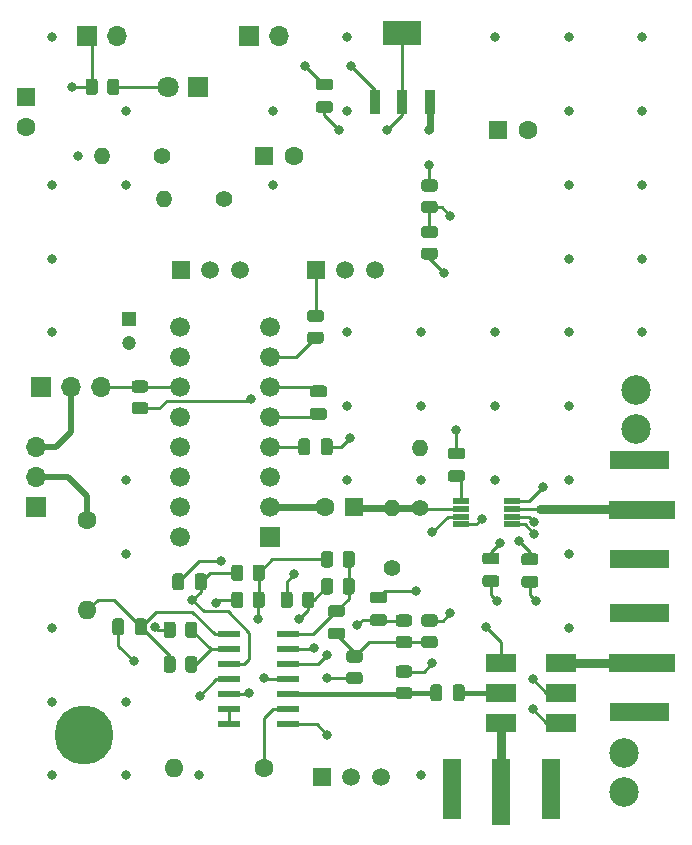
<source format=gbr>
%TF.GenerationSoftware,KiCad,Pcbnew,(5.1.8)-1*%
%TF.CreationDate,2021-04-18T10:22:12-07:00*%
%TF.ProjectId,coffee-spring21,636f6666-6565-42d7-9370-72696e673231,rev?*%
%TF.SameCoordinates,Original*%
%TF.FileFunction,Copper,L1,Top*%
%TF.FilePolarity,Positive*%
%FSLAX46Y46*%
G04 Gerber Fmt 4.6, Leading zero omitted, Abs format (unit mm)*
G04 Created by KiCad (PCBNEW (5.1.8)-1) date 2021-04-18 10:22:12*
%MOMM*%
%LPD*%
G01*
G04 APERTURE LIST*
%TA.AperFunction,ComponentPad*%
%ADD10R,1.700000X1.700000*%
%TD*%
%TA.AperFunction,ComponentPad*%
%ADD11O,1.700000X1.700000*%
%TD*%
%TA.AperFunction,ComponentPad*%
%ADD12R,1.600000X1.600000*%
%TD*%
%TA.AperFunction,ComponentPad*%
%ADD13C,1.600000*%
%TD*%
%TA.AperFunction,ComponentPad*%
%ADD14R,1.200000X1.200000*%
%TD*%
%TA.AperFunction,ComponentPad*%
%ADD15C,1.200000*%
%TD*%
%TA.AperFunction,ComponentPad*%
%ADD16R,1.800000X1.800000*%
%TD*%
%TA.AperFunction,ComponentPad*%
%ADD17C,1.800000*%
%TD*%
%TA.AperFunction,ComponentPad*%
%ADD18C,1.676400*%
%TD*%
%TA.AperFunction,ComponentPad*%
%ADD19R,1.676400X1.676400*%
%TD*%
%TA.AperFunction,ComponentPad*%
%ADD20C,1.508000*%
%TD*%
%TA.AperFunction,ComponentPad*%
%ADD21R,1.508000X1.508000*%
%TD*%
%TA.AperFunction,SMDPad,CuDef*%
%ADD22R,3.250000X2.150000*%
%TD*%
%TA.AperFunction,SMDPad,CuDef*%
%ADD23R,0.950000X2.150000*%
%TD*%
%TA.AperFunction,SMDPad,CuDef*%
%ADD24R,1.420000X0.470000*%
%TD*%
%TA.AperFunction,SMDPad,CuDef*%
%ADD25R,1.981200X0.533400*%
%TD*%
%TA.AperFunction,ComponentPad*%
%ADD26R,2.500000X1.600000*%
%TD*%
%TA.AperFunction,SMDPad,CuDef*%
%ADD27R,5.600000X1.500000*%
%TD*%
%TA.AperFunction,ComponentPad*%
%ADD28R,1.600000X2.500000*%
%TD*%
%TA.AperFunction,SMDPad,CuDef*%
%ADD29R,1.500000X5.600000*%
%TD*%
%TA.AperFunction,SMDPad,CuDef*%
%ADD30R,2.540000X1.650000*%
%TD*%
%TA.AperFunction,ComponentPad*%
%ADD31C,1.400000*%
%TD*%
%TA.AperFunction,ComponentPad*%
%ADD32O,1.400000X1.400000*%
%TD*%
%TA.AperFunction,ComponentPad*%
%ADD33O,1.600000X1.600000*%
%TD*%
%TA.AperFunction,ViaPad*%
%ADD34C,0.800000*%
%TD*%
%TA.AperFunction,ViaPad*%
%ADD35C,5.000000*%
%TD*%
%TA.AperFunction,ViaPad*%
%ADD36C,2.500000*%
%TD*%
%TA.AperFunction,Conductor*%
%ADD37C,0.250000*%
%TD*%
%TA.AperFunction,Conductor*%
%ADD38C,0.600000*%
%TD*%
%TA.AperFunction,Conductor*%
%ADD39C,0.800000*%
%TD*%
%TA.AperFunction,Conductor*%
%ADD40C,0.500000*%
%TD*%
%TA.AperFunction,Conductor*%
%ADD41C,0.400000*%
%TD*%
G04 APERTURE END LIST*
%TO.P,C12,1*%
%TO.N,GND*%
%TA.AperFunction,SMDPad,CuDef*%
G36*
G01*
X165956000Y-102862000D02*
X165006000Y-102862000D01*
G75*
G02*
X164756000Y-102612000I0J250000D01*
G01*
X164756000Y-102112000D01*
G75*
G02*
X165006000Y-101862000I250000J0D01*
G01*
X165956000Y-101862000D01*
G75*
G02*
X166206000Y-102112000I0J-250000D01*
G01*
X166206000Y-102612000D01*
G75*
G02*
X165956000Y-102862000I-250000J0D01*
G01*
G37*
%TD.AperFunction*%
%TO.P,C12,2*%
%TO.N,5V_OUT*%
%TA.AperFunction,SMDPad,CuDef*%
G36*
G01*
X165956000Y-100962000D02*
X165006000Y-100962000D01*
G75*
G02*
X164756000Y-100712000I0J250000D01*
G01*
X164756000Y-100212000D01*
G75*
G02*
X165006000Y-99962000I250000J0D01*
G01*
X165956000Y-99962000D01*
G75*
G02*
X166206000Y-100212000I0J-250000D01*
G01*
X166206000Y-100712000D01*
G75*
G02*
X165956000Y-100962000I-250000J0D01*
G01*
G37*
%TD.AperFunction*%
%TD*%
%TO.P,R1,1*%
%TO.N,12V_OUT*%
%TA.AperFunction,SMDPad,CuDef*%
G36*
G01*
X127861000Y-60902002D02*
X127861000Y-60001998D01*
G75*
G02*
X128110998Y-59752000I249998J0D01*
G01*
X128636002Y-59752000D01*
G75*
G02*
X128886000Y-60001998I0J-249998D01*
G01*
X128886000Y-60902002D01*
G75*
G02*
X128636002Y-61152000I-249998J0D01*
G01*
X128110998Y-61152000D01*
G75*
G02*
X127861000Y-60902002I0J249998D01*
G01*
G37*
%TD.AperFunction*%
%TO.P,R1,2*%
%TO.N,Net-(D1-Pad2)*%
%TA.AperFunction,SMDPad,CuDef*%
G36*
G01*
X129686000Y-60902002D02*
X129686000Y-60001998D01*
G75*
G02*
X129935998Y-59752000I249998J0D01*
G01*
X130461002Y-59752000D01*
G75*
G02*
X130711000Y-60001998I0J-249998D01*
G01*
X130711000Y-60902002D01*
G75*
G02*
X130461002Y-61152000I-249998J0D01*
G01*
X129935998Y-61152000D01*
G75*
G02*
X129686000Y-60902002I0J249998D01*
G01*
G37*
%TD.AperFunction*%
%TD*%
D10*
%TO.P,BT1,1*%
%TO.N,12V_OUT*%
X128016000Y-56134000D03*
D11*
%TO.P,BT1,2*%
%TO.N,Net-(BT1-Pad2)*%
X130556000Y-56134000D03*
%TD*%
%TO.P,BT2,2*%
%TO.N,GND*%
X144272000Y-56134000D03*
D10*
%TO.P,BT2,1*%
%TO.N,Net-(BT1-Pad2)*%
X141732000Y-56134000D03*
%TD*%
%TO.P,C9,2*%
%TO.N,Net-(C9-Pad2)*%
%TA.AperFunction,SMDPad,CuDef*%
G36*
G01*
X147099000Y-87638000D02*
X148049000Y-87638000D01*
G75*
G02*
X148299000Y-87888000I0J-250000D01*
G01*
X148299000Y-88388000D01*
G75*
G02*
X148049000Y-88638000I-250000J0D01*
G01*
X147099000Y-88638000D01*
G75*
G02*
X146849000Y-88388000I0J250000D01*
G01*
X146849000Y-87888000D01*
G75*
G02*
X147099000Y-87638000I250000J0D01*
G01*
G37*
%TD.AperFunction*%
%TO.P,C9,1*%
%TO.N,Net-(C9-Pad1)*%
%TA.AperFunction,SMDPad,CuDef*%
G36*
G01*
X147099000Y-85738000D02*
X148049000Y-85738000D01*
G75*
G02*
X148299000Y-85988000I0J-250000D01*
G01*
X148299000Y-86488000D01*
G75*
G02*
X148049000Y-86738000I-250000J0D01*
G01*
X147099000Y-86738000D01*
G75*
G02*
X146849000Y-86488000I0J250000D01*
G01*
X146849000Y-85988000D01*
G75*
G02*
X147099000Y-85738000I250000J0D01*
G01*
G37*
%TD.AperFunction*%
%TD*%
D12*
%TO.P,C5,1*%
%TO.N,Net-(C5-Pad1)*%
X143002000Y-66294000D03*
D13*
%TO.P,C5,2*%
%TO.N,GND*%
X145502000Y-66294000D03*
%TD*%
%TO.P,C7,2*%
%TO.N,Net-(C7-Pad2)*%
X148122000Y-96012000D03*
D12*
%TO.P,C7,1*%
%TO.N,RAMP_SIGNAL*%
X150622000Y-96012000D03*
%TD*%
D14*
%TO.P,C13,1*%
%TO.N,Net-(C13-Pad1)*%
X131572000Y-80137000D03*
D15*
%TO.P,C13,2*%
%TO.N,GND*%
X131572000Y-82137000D03*
%TD*%
D16*
%TO.P,D1,1*%
%TO.N,GND*%
X137414000Y-60452000D03*
D17*
%TO.P,D1,2*%
%TO.N,Net-(D1-Pad2)*%
X134874000Y-60452000D03*
%TD*%
D12*
%TO.P,C8,1*%
%TO.N,12V_OUT*%
X122809000Y-61341000D03*
D13*
%TO.P,C8,2*%
%TO.N,GND*%
X122809000Y-63841000D03*
%TD*%
D18*
%TO.P,G1,16*%
%TO.N,Net-(G1-Pad16)*%
X135890000Y-98552000D03*
%TO.P,G1,15*%
%TO.N,Net-(G1-Pad15)*%
X135890000Y-96012000D03*
%TO.P,G1,14*%
%TO.N,Net-(G1-Pad14)*%
X135890000Y-93472000D03*
%TO.P,G1,13*%
%TO.N,Net-(G1-Pad13)*%
X135890000Y-90932000D03*
%TO.P,G1,12*%
%TO.N,GND*%
X135890000Y-88392000D03*
%TO.P,G1,11*%
%TO.N,Net-(G1-Pad11)*%
X135890000Y-85852000D03*
%TO.P,G1,10*%
%TO.N,Net-(C13-Pad1)*%
X135890000Y-83312000D03*
%TO.P,G1,9*%
%TO.N,Net-(G1-Pad9)*%
X135890000Y-80772000D03*
%TO.P,G1,8*%
%TO.N,Net-(G1-Pad8)*%
X143510000Y-80772000D03*
%TO.P,G1,7*%
%TO.N,Net-(G1-Pad7)*%
X143510000Y-83312000D03*
%TO.P,G1,6*%
%TO.N,Net-(C9-Pad1)*%
X143510000Y-85852000D03*
%TO.P,G1,5*%
%TO.N,Net-(C9-Pad2)*%
X143510000Y-88392000D03*
%TO.P,G1,4*%
%TO.N,12V_OUT*%
X143510000Y-90932000D03*
%TO.P,G1,3*%
%TO.N,Net-(G1-Pad3)*%
X143510000Y-93472000D03*
%TO.P,G1,2*%
%TO.N,Net-(C7-Pad2)*%
X143510000Y-96012000D03*
D19*
%TO.P,G1,1*%
%TO.N,GND*%
X143510000Y-98552000D03*
%TD*%
D20*
%TO.P,RV2,3*%
%TO.N,Net-(C5-Pad1)*%
X140930000Y-75946000D03*
%TO.P,RV2,2*%
X138430000Y-75946000D03*
D21*
%TO.P,RV2,1*%
%TO.N,Net-(G1-Pad3)*%
X135930000Y-75946000D03*
%TD*%
%TO.P,RV3,1*%
%TO.N,Net-(R14-Pad2)*%
X147360000Y-75946000D03*
D20*
%TO.P,RV3,2*%
%TO.N,GND*%
X149860000Y-75946000D03*
%TO.P,RV3,3*%
X152360000Y-75946000D03*
%TD*%
D22*
%TO.P,VR1,4*%
%TO.N,GND*%
X154686000Y-55901000D03*
D23*
%TO.P,VR1,3*%
%TO.N,5V_OUT*%
X156986000Y-61701000D03*
%TO.P,VR1,2*%
%TO.N,GND*%
X154686000Y-61701000D03*
%TO.P,VR1,1*%
%TO.N,Net-(BT1-Pad2)*%
X152386000Y-61701000D03*
%TD*%
%TO.P,C11,2*%
%TO.N,5V_OUT*%
%TA.AperFunction,SMDPad,CuDef*%
G36*
G01*
X162654000Y-100896000D02*
X161704000Y-100896000D01*
G75*
G02*
X161454000Y-100646000I0J250000D01*
G01*
X161454000Y-100146000D01*
G75*
G02*
X161704000Y-99896000I250000J0D01*
G01*
X162654000Y-99896000D01*
G75*
G02*
X162904000Y-100146000I0J-250000D01*
G01*
X162904000Y-100646000D01*
G75*
G02*
X162654000Y-100896000I-250000J0D01*
G01*
G37*
%TD.AperFunction*%
%TO.P,C11,1*%
%TO.N,GND*%
%TA.AperFunction,SMDPad,CuDef*%
G36*
G01*
X162654000Y-102796000D02*
X161704000Y-102796000D01*
G75*
G02*
X161454000Y-102546000I0J250000D01*
G01*
X161454000Y-102046000D01*
G75*
G02*
X161704000Y-101796000I250000J0D01*
G01*
X162654000Y-101796000D01*
G75*
G02*
X162904000Y-102046000I0J-250000D01*
G01*
X162904000Y-102546000D01*
G75*
G02*
X162654000Y-102796000I-250000J0D01*
G01*
G37*
%TD.AperFunction*%
%TD*%
D24*
%TO.P,U1,1*%
%TO.N,Net-(C6-Pad1)*%
X159633000Y-95545000D03*
%TO.P,U1,2*%
%TO.N,RAMP_SIGNAL*%
X159633000Y-96195000D03*
%TO.P,U1,3*%
%TO.N,GND*%
X159633000Y-96845000D03*
%TO.P,U1,4*%
%TO.N,3.6V_OUT*%
X159633000Y-97495000D03*
%TO.P,U1,5*%
%TO.N,5V_OUT*%
X163963000Y-97495000D03*
%TO.P,U1,6*%
X163963000Y-96845000D03*
%TO.P,U1,7*%
%TO.N,Net-(U1-Pad7)*%
X163963000Y-96195000D03*
%TO.P,U1,8*%
%TO.N,GND*%
X163963000Y-95545000D03*
%TD*%
%TO.P,C2,1*%
%TO.N,Net-(BT1-Pad2)*%
%TA.AperFunction,SMDPad,CuDef*%
G36*
G01*
X147607000Y-59764000D02*
X148557000Y-59764000D01*
G75*
G02*
X148807000Y-60014000I0J-250000D01*
G01*
X148807000Y-60514000D01*
G75*
G02*
X148557000Y-60764000I-250000J0D01*
G01*
X147607000Y-60764000D01*
G75*
G02*
X147357000Y-60514000I0J250000D01*
G01*
X147357000Y-60014000D01*
G75*
G02*
X147607000Y-59764000I250000J0D01*
G01*
G37*
%TD.AperFunction*%
%TO.P,C2,2*%
%TO.N,GND*%
%TA.AperFunction,SMDPad,CuDef*%
G36*
G01*
X147607000Y-61664000D02*
X148557000Y-61664000D01*
G75*
G02*
X148807000Y-61914000I0J-250000D01*
G01*
X148807000Y-62414000D01*
G75*
G02*
X148557000Y-62664000I-250000J0D01*
G01*
X147607000Y-62664000D01*
G75*
G02*
X147357000Y-62414000I0J250000D01*
G01*
X147357000Y-61914000D01*
G75*
G02*
X147607000Y-61664000I250000J0D01*
G01*
G37*
%TD.AperFunction*%
%TD*%
D13*
%TO.P,C3,2*%
%TO.N,GND*%
X165314000Y-64135000D03*
D12*
%TO.P,C3,1*%
%TO.N,5V_OUT*%
X162814000Y-64135000D03*
%TD*%
%TO.P,C6,1*%
%TO.N,Net-(C6-Pad1)*%
%TA.AperFunction,SMDPad,CuDef*%
G36*
G01*
X159733000Y-93906000D02*
X158783000Y-93906000D01*
G75*
G02*
X158533000Y-93656000I0J250000D01*
G01*
X158533000Y-93156000D01*
G75*
G02*
X158783000Y-92906000I250000J0D01*
G01*
X159733000Y-92906000D01*
G75*
G02*
X159983000Y-93156000I0J-250000D01*
G01*
X159983000Y-93656000D01*
G75*
G02*
X159733000Y-93906000I-250000J0D01*
G01*
G37*
%TD.AperFunction*%
%TO.P,C6,2*%
%TO.N,GND*%
%TA.AperFunction,SMDPad,CuDef*%
G36*
G01*
X159733000Y-92006000D02*
X158783000Y-92006000D01*
G75*
G02*
X158533000Y-91756000I0J250000D01*
G01*
X158533000Y-91256000D01*
G75*
G02*
X158783000Y-91006000I250000J0D01*
G01*
X159733000Y-91006000D01*
G75*
G02*
X159983000Y-91256000I0J-250000D01*
G01*
X159983000Y-91756000D01*
G75*
G02*
X159733000Y-92006000I-250000J0D01*
G01*
G37*
%TD.AperFunction*%
%TD*%
%TO.P,C10,2*%
%TO.N,12V_OUT*%
%TA.AperFunction,SMDPad,CuDef*%
G36*
G01*
X146870000Y-90457000D02*
X146870000Y-91407000D01*
G75*
G02*
X146620000Y-91657000I-250000J0D01*
G01*
X146120000Y-91657000D01*
G75*
G02*
X145870000Y-91407000I0J250000D01*
G01*
X145870000Y-90457000D01*
G75*
G02*
X146120000Y-90207000I250000J0D01*
G01*
X146620000Y-90207000D01*
G75*
G02*
X146870000Y-90457000I0J-250000D01*
G01*
G37*
%TD.AperFunction*%
%TO.P,C10,1*%
%TO.N,GND*%
%TA.AperFunction,SMDPad,CuDef*%
G36*
G01*
X148770000Y-90457000D02*
X148770000Y-91407000D01*
G75*
G02*
X148520000Y-91657000I-250000J0D01*
G01*
X148020000Y-91657000D01*
G75*
G02*
X147770000Y-91407000I0J250000D01*
G01*
X147770000Y-90457000D01*
G75*
G02*
X148020000Y-90207000I250000J0D01*
G01*
X148520000Y-90207000D01*
G75*
G02*
X148770000Y-90457000I0J-250000D01*
G01*
G37*
%TD.AperFunction*%
%TD*%
%TO.P,R5,2*%
%TO.N,5V_OUT*%
%TA.AperFunction,SMDPad,CuDef*%
G36*
G01*
X157422002Y-69323000D02*
X156521998Y-69323000D01*
G75*
G02*
X156272000Y-69073002I0J249998D01*
G01*
X156272000Y-68547998D01*
G75*
G02*
X156521998Y-68298000I249998J0D01*
G01*
X157422002Y-68298000D01*
G75*
G02*
X157672000Y-68547998I0J-249998D01*
G01*
X157672000Y-69073002D01*
G75*
G02*
X157422002Y-69323000I-249998J0D01*
G01*
G37*
%TD.AperFunction*%
%TO.P,R5,1*%
%TO.N,3.6V_OUT*%
%TA.AperFunction,SMDPad,CuDef*%
G36*
G01*
X157422002Y-71148000D02*
X156521998Y-71148000D01*
G75*
G02*
X156272000Y-70898002I0J249998D01*
G01*
X156272000Y-70372998D01*
G75*
G02*
X156521998Y-70123000I249998J0D01*
G01*
X157422002Y-70123000D01*
G75*
G02*
X157672000Y-70372998I0J-249998D01*
G01*
X157672000Y-70898002D01*
G75*
G02*
X157422002Y-71148000I-249998J0D01*
G01*
G37*
%TD.AperFunction*%
%TD*%
%TO.P,R6,2*%
%TO.N,3.6V_OUT*%
%TA.AperFunction,SMDPad,CuDef*%
G36*
G01*
X157422002Y-73260000D02*
X156521998Y-73260000D01*
G75*
G02*
X156272000Y-73010002I0J249998D01*
G01*
X156272000Y-72484998D01*
G75*
G02*
X156521998Y-72235000I249998J0D01*
G01*
X157422002Y-72235000D01*
G75*
G02*
X157672000Y-72484998I0J-249998D01*
G01*
X157672000Y-73010002D01*
G75*
G02*
X157422002Y-73260000I-249998J0D01*
G01*
G37*
%TD.AperFunction*%
%TO.P,R6,1*%
%TO.N,GND*%
%TA.AperFunction,SMDPad,CuDef*%
G36*
G01*
X157422002Y-75085000D02*
X156521998Y-75085000D01*
G75*
G02*
X156272000Y-74835002I0J249998D01*
G01*
X156272000Y-74309998D01*
G75*
G02*
X156521998Y-74060000I249998J0D01*
G01*
X157422002Y-74060000D01*
G75*
G02*
X157672000Y-74309998I0J-249998D01*
G01*
X157672000Y-74835002D01*
G75*
G02*
X157422002Y-75085000I-249998J0D01*
G01*
G37*
%TD.AperFunction*%
%TD*%
%TO.P,R14,1*%
%TO.N,Net-(G1-Pad7)*%
%TA.AperFunction,SMDPad,CuDef*%
G36*
G01*
X147770002Y-82197000D02*
X146869998Y-82197000D01*
G75*
G02*
X146620000Y-81947002I0J249998D01*
G01*
X146620000Y-81421998D01*
G75*
G02*
X146869998Y-81172000I249998J0D01*
G01*
X147770002Y-81172000D01*
G75*
G02*
X148020000Y-81421998I0J-249998D01*
G01*
X148020000Y-81947002D01*
G75*
G02*
X147770002Y-82197000I-249998J0D01*
G01*
G37*
%TD.AperFunction*%
%TO.P,R14,2*%
%TO.N,Net-(R14-Pad2)*%
%TA.AperFunction,SMDPad,CuDef*%
G36*
G01*
X147770002Y-80372000D02*
X146869998Y-80372000D01*
G75*
G02*
X146620000Y-80122002I0J249998D01*
G01*
X146620000Y-79596998D01*
G75*
G02*
X146869998Y-79347000I249998J0D01*
G01*
X147770002Y-79347000D01*
G75*
G02*
X148020000Y-79596998I0J-249998D01*
G01*
X148020000Y-80122002D01*
G75*
G02*
X147770002Y-80372000I-249998J0D01*
G01*
G37*
%TD.AperFunction*%
%TD*%
D10*
%TO.P,SW1,1*%
%TO.N,GND*%
X124079000Y-85852000D03*
D11*
%TO.P,SW1,2*%
%TO.N,SYNC_OUT*%
X126619000Y-85852000D03*
%TO.P,SW1,3*%
%TO.N,Net-(G1-Pad11)*%
X129159000Y-85852000D03*
%TD*%
D25*
%TO.P,U2,14*%
%TO.N,Net-(U2-Pad13)*%
X140030200Y-114427000D03*
%TO.P,U2,13*%
X140030200Y-113157000D03*
%TO.P,U2,12*%
%TO.N,5V_OUT*%
X140030200Y-111887000D03*
%TO.P,U2,11*%
%TO.N,GND*%
X140030200Y-110617000D03*
%TO.P,U2,10*%
%TO.N,Net-(C17-Pad2)*%
X140030200Y-109347000D03*
%TO.P,U2,9*%
%TO.N,Net-(R27-Pad2)*%
X140030200Y-108077000D03*
%TO.P,U2,8*%
%TO.N,Net-(C16-Pad2)*%
X140030200Y-106807000D03*
%TO.P,U2,7*%
%TO.N,Net-(C14-Pad2)*%
X144957800Y-106807000D03*
%TO.P,U2,6*%
%TO.N,Net-(R22-Pad2)*%
X144957800Y-108077000D03*
%TO.P,U2,5*%
%TO.N,Net-(C15-Pad2)*%
X144957800Y-109347000D03*
%TO.P,U2,4*%
%TO.N,12V_OUT*%
X144957800Y-110617000D03*
%TO.P,U2,3*%
%TO.N,Net-(C4-Pad1)*%
X144957800Y-111887000D03*
%TO.P,U2,2*%
%TO.N,Net-(R18-Pad1)*%
X144957800Y-113157000D03*
%TO.P,U2,1*%
%TO.N,Net-(R19-Pad1)*%
X144957800Y-114427000D03*
%TD*%
D26*
%TO.P,U5,1*%
%TO.N,GND*%
X173506000Y-92066000D03*
D27*
%TO.P,U5,2*%
%TO.N,Net-(U1-Pad7)*%
X175006000Y-96266000D03*
D26*
%TO.P,U5,1*%
%TO.N,GND*%
X176006000Y-92066000D03*
%TO.P,U5,3*%
X173506000Y-100466000D03*
X176006000Y-100466000D03*
%TD*%
D28*
%TO.P,U6,3*%
%TO.N,GND*%
X158868000Y-121142000D03*
X158868000Y-118642000D03*
%TO.P,U6,1*%
X167268000Y-121142000D03*
D29*
%TO.P,U6,2*%
%TO.N,Net-(U6-Pad2)*%
X163068000Y-120142000D03*
D28*
%TO.P,U6,1*%
%TO.N,GND*%
X167268000Y-118642000D03*
%TD*%
D30*
%TO.P,U9,1*%
%TO.N,GND*%
X163068000Y-109223000D03*
%TO.P,U9,2*%
%TO.N,IF_SIGNAL*%
X163068000Y-111763000D03*
%TO.P,U9,3*%
%TO.N,Net-(U6-Pad2)*%
X163068000Y-114303000D03*
%TO.P,U9,6*%
%TO.N,Net-(U11-Pad2)*%
X168148000Y-109223000D03*
%TO.P,U9,5*%
%TO.N,GND*%
X168148000Y-111763000D03*
%TO.P,U9,4*%
X168148000Y-114303000D03*
%TD*%
D26*
%TO.P,U11,1*%
%TO.N,GND*%
X173506000Y-105020000D03*
D27*
%TO.P,U11,2*%
%TO.N,Net-(U11-Pad2)*%
X175006000Y-109220000D03*
D26*
%TO.P,U11,1*%
%TO.N,GND*%
X176006000Y-105020000D03*
%TO.P,U11,3*%
X173506000Y-113420000D03*
X176006000Y-113420000D03*
%TD*%
%TO.P,C4,2*%
%TO.N,IF_SIGNAL*%
%TA.AperFunction,SMDPad,CuDef*%
G36*
G01*
X158946000Y-112235000D02*
X158946000Y-111285000D01*
G75*
G02*
X159196000Y-111035000I250000J0D01*
G01*
X159696000Y-111035000D01*
G75*
G02*
X159946000Y-111285000I0J-250000D01*
G01*
X159946000Y-112235000D01*
G75*
G02*
X159696000Y-112485000I-250000J0D01*
G01*
X159196000Y-112485000D01*
G75*
G02*
X158946000Y-112235000I0J250000D01*
G01*
G37*
%TD.AperFunction*%
%TO.P,C4,1*%
%TO.N,Net-(C4-Pad1)*%
%TA.AperFunction,SMDPad,CuDef*%
G36*
G01*
X157046000Y-112235000D02*
X157046000Y-111285000D01*
G75*
G02*
X157296000Y-111035000I250000J0D01*
G01*
X157796000Y-111035000D01*
G75*
G02*
X158046000Y-111285000I0J-250000D01*
G01*
X158046000Y-112235000D01*
G75*
G02*
X157796000Y-112485000I-250000J0D01*
G01*
X157296000Y-112485000D01*
G75*
G02*
X157046000Y-112235000I0J250000D01*
G01*
G37*
%TD.AperFunction*%
%TD*%
%TO.P,C14,2*%
%TO.N,Net-(C14-Pad2)*%
%TA.AperFunction,SMDPad,CuDef*%
G36*
G01*
X149573000Y-105341000D02*
X148623000Y-105341000D01*
G75*
G02*
X148373000Y-105091000I0J250000D01*
G01*
X148373000Y-104591000D01*
G75*
G02*
X148623000Y-104341000I250000J0D01*
G01*
X149573000Y-104341000D01*
G75*
G02*
X149823000Y-104591000I0J-250000D01*
G01*
X149823000Y-105091000D01*
G75*
G02*
X149573000Y-105341000I-250000J0D01*
G01*
G37*
%TD.AperFunction*%
%TO.P,C14,1*%
%TO.N,Net-(C14-Pad1)*%
%TA.AperFunction,SMDPad,CuDef*%
G36*
G01*
X149573000Y-107241000D02*
X148623000Y-107241000D01*
G75*
G02*
X148373000Y-106991000I0J250000D01*
G01*
X148373000Y-106491000D01*
G75*
G02*
X148623000Y-106241000I250000J0D01*
G01*
X149573000Y-106241000D01*
G75*
G02*
X149823000Y-106491000I0J-250000D01*
G01*
X149823000Y-106991000D01*
G75*
G02*
X149573000Y-107241000I-250000J0D01*
G01*
G37*
%TD.AperFunction*%
%TD*%
%TO.P,C15,1*%
%TO.N,5V_OUT*%
%TA.AperFunction,SMDPad,CuDef*%
G36*
G01*
X152179000Y-103198000D02*
X153129000Y-103198000D01*
G75*
G02*
X153379000Y-103448000I0J-250000D01*
G01*
X153379000Y-103948000D01*
G75*
G02*
X153129000Y-104198000I-250000J0D01*
G01*
X152179000Y-104198000D01*
G75*
G02*
X151929000Y-103948000I0J250000D01*
G01*
X151929000Y-103448000D01*
G75*
G02*
X152179000Y-103198000I250000J0D01*
G01*
G37*
%TD.AperFunction*%
%TO.P,C15,2*%
%TO.N,Net-(C15-Pad2)*%
%TA.AperFunction,SMDPad,CuDef*%
G36*
G01*
X152179000Y-105098000D02*
X153129000Y-105098000D01*
G75*
G02*
X153379000Y-105348000I0J-250000D01*
G01*
X153379000Y-105848000D01*
G75*
G02*
X153129000Y-106098000I-250000J0D01*
G01*
X152179000Y-106098000D01*
G75*
G02*
X151929000Y-105848000I0J250000D01*
G01*
X151929000Y-105348000D01*
G75*
G02*
X152179000Y-105098000I250000J0D01*
G01*
G37*
%TD.AperFunction*%
%TD*%
%TO.P,C16,1*%
%TO.N,Net-(C16-Pad1)*%
%TA.AperFunction,SMDPad,CuDef*%
G36*
G01*
X130122000Y-106647000D02*
X130122000Y-105697000D01*
G75*
G02*
X130372000Y-105447000I250000J0D01*
G01*
X130872000Y-105447000D01*
G75*
G02*
X131122000Y-105697000I0J-250000D01*
G01*
X131122000Y-106647000D01*
G75*
G02*
X130872000Y-106897000I-250000J0D01*
G01*
X130372000Y-106897000D01*
G75*
G02*
X130122000Y-106647000I0J250000D01*
G01*
G37*
%TD.AperFunction*%
%TO.P,C16,2*%
%TO.N,Net-(C16-Pad2)*%
%TA.AperFunction,SMDPad,CuDef*%
G36*
G01*
X132022000Y-106647000D02*
X132022000Y-105697000D01*
G75*
G02*
X132272000Y-105447000I250000J0D01*
G01*
X132772000Y-105447000D01*
G75*
G02*
X133022000Y-105697000I0J-250000D01*
G01*
X133022000Y-106647000D01*
G75*
G02*
X132772000Y-106897000I-250000J0D01*
G01*
X132272000Y-106897000D01*
G75*
G02*
X132022000Y-106647000I0J250000D01*
G01*
G37*
%TD.AperFunction*%
%TD*%
%TO.P,C17,1*%
%TO.N,5V_OUT*%
%TA.AperFunction,SMDPad,CuDef*%
G36*
G01*
X135202000Y-102837000D02*
X135202000Y-101887000D01*
G75*
G02*
X135452000Y-101637000I250000J0D01*
G01*
X135952000Y-101637000D01*
G75*
G02*
X136202000Y-101887000I0J-250000D01*
G01*
X136202000Y-102837000D01*
G75*
G02*
X135952000Y-103087000I-250000J0D01*
G01*
X135452000Y-103087000D01*
G75*
G02*
X135202000Y-102837000I0J250000D01*
G01*
G37*
%TD.AperFunction*%
%TO.P,C17,2*%
%TO.N,Net-(C17-Pad2)*%
%TA.AperFunction,SMDPad,CuDef*%
G36*
G01*
X137102000Y-102837000D02*
X137102000Y-101887000D01*
G75*
G02*
X137352000Y-101637000I250000J0D01*
G01*
X137852000Y-101637000D01*
G75*
G02*
X138102000Y-101887000I0J-250000D01*
G01*
X138102000Y-102837000D01*
G75*
G02*
X137852000Y-103087000I-250000J0D01*
G01*
X137352000Y-103087000D01*
G75*
G02*
X137102000Y-102837000I0J250000D01*
G01*
G37*
%TD.AperFunction*%
%TD*%
D31*
%TO.P,R7,1*%
%TO.N,Net-(C5-Pad1)*%
X134366000Y-66294000D03*
D32*
%TO.P,R7,2*%
%TO.N,12V_OUT*%
X129286000Y-66294000D03*
%TD*%
%TO.P,R9,2*%
%TO.N,Net-(C5-Pad1)*%
X134493000Y-69977000D03*
D31*
%TO.P,R9,1*%
%TO.N,GND*%
X139573000Y-69977000D03*
%TD*%
D32*
%TO.P,R10,2*%
%TO.N,GND*%
X156210000Y-91059000D03*
D31*
%TO.P,R10,1*%
%TO.N,RAMP_SIGNAL*%
X156210000Y-96139000D03*
%TD*%
%TO.P,R11,1*%
%TO.N,5V_OUT*%
X153797000Y-101219000D03*
D32*
%TO.P,R11,2*%
%TO.N,RAMP_SIGNAL*%
X153797000Y-96139000D03*
%TD*%
%TO.P,R16,2*%
%TO.N,Net-(G1-Pad11)*%
%TA.AperFunction,SMDPad,CuDef*%
G36*
G01*
X132911002Y-86341000D02*
X132010998Y-86341000D01*
G75*
G02*
X131761000Y-86091002I0J249998D01*
G01*
X131761000Y-85565998D01*
G75*
G02*
X132010998Y-85316000I249998J0D01*
G01*
X132911002Y-85316000D01*
G75*
G02*
X133161000Y-85565998I0J-249998D01*
G01*
X133161000Y-86091002D01*
G75*
G02*
X132911002Y-86341000I-249998J0D01*
G01*
G37*
%TD.AperFunction*%
%TO.P,R16,1*%
%TO.N,5V_OUT*%
%TA.AperFunction,SMDPad,CuDef*%
G36*
G01*
X132911002Y-88166000D02*
X132010998Y-88166000D01*
G75*
G02*
X131761000Y-87916002I0J249998D01*
G01*
X131761000Y-87390998D01*
G75*
G02*
X132010998Y-87141000I249998J0D01*
G01*
X132911002Y-87141000D01*
G75*
G02*
X133161000Y-87390998I0J-249998D01*
G01*
X133161000Y-87916002D01*
G75*
G02*
X132911002Y-88166000I-249998J0D01*
G01*
G37*
%TD.AperFunction*%
%TD*%
%TO.P,R17,2*%
%TO.N,Net-(C4-Pad1)*%
%TA.AperFunction,SMDPad,CuDef*%
G36*
G01*
X154362998Y-111271000D02*
X155263002Y-111271000D01*
G75*
G02*
X155513000Y-111520998I0J-249998D01*
G01*
X155513000Y-112046002D01*
G75*
G02*
X155263002Y-112296000I-249998J0D01*
G01*
X154362998Y-112296000D01*
G75*
G02*
X154113000Y-112046002I0J249998D01*
G01*
X154113000Y-111520998D01*
G75*
G02*
X154362998Y-111271000I249998J0D01*
G01*
G37*
%TD.AperFunction*%
%TO.P,R17,1*%
%TO.N,5V_OUT*%
%TA.AperFunction,SMDPad,CuDef*%
G36*
G01*
X154362998Y-109446000D02*
X155263002Y-109446000D01*
G75*
G02*
X155513000Y-109695998I0J-249998D01*
G01*
X155513000Y-110221002D01*
G75*
G02*
X155263002Y-110471000I-249998J0D01*
G01*
X154362998Y-110471000D01*
G75*
G02*
X154113000Y-110221002I0J249998D01*
G01*
X154113000Y-109695998D01*
G75*
G02*
X154362998Y-109446000I249998J0D01*
G01*
G37*
%TD.AperFunction*%
%TD*%
%TO.P,R19,1*%
%TO.N,Net-(R19-Pad1)*%
%TA.AperFunction,SMDPad,CuDef*%
G36*
G01*
X151072002Y-111026000D02*
X150171998Y-111026000D01*
G75*
G02*
X149922000Y-110776002I0J249998D01*
G01*
X149922000Y-110250998D01*
G75*
G02*
X150171998Y-110001000I249998J0D01*
G01*
X151072002Y-110001000D01*
G75*
G02*
X151322000Y-110250998I0J-249998D01*
G01*
X151322000Y-110776002D01*
G75*
G02*
X151072002Y-111026000I-249998J0D01*
G01*
G37*
%TD.AperFunction*%
%TO.P,R19,2*%
%TO.N,Net-(C14-Pad1)*%
%TA.AperFunction,SMDPad,CuDef*%
G36*
G01*
X151072002Y-109201000D02*
X150171998Y-109201000D01*
G75*
G02*
X149922000Y-108951002I0J249998D01*
G01*
X149922000Y-108425998D01*
G75*
G02*
X150171998Y-108176000I249998J0D01*
G01*
X151072002Y-108176000D01*
G75*
G02*
X151322000Y-108425998I0J-249998D01*
G01*
X151322000Y-108951002D01*
G75*
G02*
X151072002Y-109201000I-249998J0D01*
G01*
G37*
%TD.AperFunction*%
%TD*%
%TO.P,R20,2*%
%TO.N,5V_OUT*%
%TA.AperFunction,SMDPad,CuDef*%
G36*
G01*
X157422002Y-106153000D02*
X156521998Y-106153000D01*
G75*
G02*
X156272000Y-105903002I0J249998D01*
G01*
X156272000Y-105377998D01*
G75*
G02*
X156521998Y-105128000I249998J0D01*
G01*
X157422002Y-105128000D01*
G75*
G02*
X157672000Y-105377998I0J-249998D01*
G01*
X157672000Y-105903002D01*
G75*
G02*
X157422002Y-106153000I-249998J0D01*
G01*
G37*
%TD.AperFunction*%
%TO.P,R20,1*%
%TO.N,Net-(C14-Pad1)*%
%TA.AperFunction,SMDPad,CuDef*%
G36*
G01*
X157422002Y-107978000D02*
X156521998Y-107978000D01*
G75*
G02*
X156272000Y-107728002I0J249998D01*
G01*
X156272000Y-107202998D01*
G75*
G02*
X156521998Y-106953000I249998J0D01*
G01*
X157422002Y-106953000D01*
G75*
G02*
X157672000Y-107202998I0J-249998D01*
G01*
X157672000Y-107728002D01*
G75*
G02*
X157422002Y-107978000I-249998J0D01*
G01*
G37*
%TD.AperFunction*%
%TD*%
%TO.P,R21,2*%
%TO.N,Net-(C15-Pad2)*%
%TA.AperFunction,SMDPad,CuDef*%
G36*
G01*
X155263002Y-106153000D02*
X154362998Y-106153000D01*
G75*
G02*
X154113000Y-105903002I0J249998D01*
G01*
X154113000Y-105377998D01*
G75*
G02*
X154362998Y-105128000I249998J0D01*
G01*
X155263002Y-105128000D01*
G75*
G02*
X155513000Y-105377998I0J-249998D01*
G01*
X155513000Y-105903002D01*
G75*
G02*
X155263002Y-106153000I-249998J0D01*
G01*
G37*
%TD.AperFunction*%
%TO.P,R21,1*%
%TO.N,Net-(C14-Pad1)*%
%TA.AperFunction,SMDPad,CuDef*%
G36*
G01*
X155263002Y-107978000D02*
X154362998Y-107978000D01*
G75*
G02*
X154113000Y-107728002I0J249998D01*
G01*
X154113000Y-107202998D01*
G75*
G02*
X154362998Y-106953000I249998J0D01*
G01*
X155263002Y-106953000D01*
G75*
G02*
X155513000Y-107202998I0J-249998D01*
G01*
X155513000Y-107728002D01*
G75*
G02*
X155263002Y-107978000I-249998J0D01*
G01*
G37*
%TD.AperFunction*%
%TD*%
%TO.P,R22,1*%
%TO.N,5V_OUT*%
%TA.AperFunction,SMDPad,CuDef*%
G36*
G01*
X144371000Y-104336002D02*
X144371000Y-103435998D01*
G75*
G02*
X144620998Y-103186000I249998J0D01*
G01*
X145146002Y-103186000D01*
G75*
G02*
X145396000Y-103435998I0J-249998D01*
G01*
X145396000Y-104336002D01*
G75*
G02*
X145146002Y-104586000I-249998J0D01*
G01*
X144620998Y-104586000D01*
G75*
G02*
X144371000Y-104336002I0J249998D01*
G01*
G37*
%TD.AperFunction*%
%TO.P,R22,2*%
%TO.N,Net-(R22-Pad2)*%
%TA.AperFunction,SMDPad,CuDef*%
G36*
G01*
X146196000Y-104336002D02*
X146196000Y-103435998D01*
G75*
G02*
X146445998Y-103186000I249998J0D01*
G01*
X146971002Y-103186000D01*
G75*
G02*
X147221000Y-103435998I0J-249998D01*
G01*
X147221000Y-104336002D01*
G75*
G02*
X146971002Y-104586000I-249998J0D01*
G01*
X146445998Y-104586000D01*
G75*
G02*
X146196000Y-104336002I0J249998D01*
G01*
G37*
%TD.AperFunction*%
%TD*%
%TO.P,R23,2*%
%TO.N,Net-(R22-Pad2)*%
%TA.AperFunction,SMDPad,CuDef*%
G36*
G01*
X148825000Y-102292998D02*
X148825000Y-103193002D01*
G75*
G02*
X148575002Y-103443000I-249998J0D01*
G01*
X148049998Y-103443000D01*
G75*
G02*
X147800000Y-103193002I0J249998D01*
G01*
X147800000Y-102292998D01*
G75*
G02*
X148049998Y-102043000I249998J0D01*
G01*
X148575002Y-102043000D01*
G75*
G02*
X148825000Y-102292998I0J-249998D01*
G01*
G37*
%TD.AperFunction*%
%TO.P,R23,1*%
%TO.N,Net-(C14-Pad2)*%
%TA.AperFunction,SMDPad,CuDef*%
G36*
G01*
X150650000Y-102292998D02*
X150650000Y-103193002D01*
G75*
G02*
X150400002Y-103443000I-249998J0D01*
G01*
X149874998Y-103443000D01*
G75*
G02*
X149625000Y-103193002I0J249998D01*
G01*
X149625000Y-102292998D01*
G75*
G02*
X149874998Y-102043000I249998J0D01*
G01*
X150400002Y-102043000D01*
G75*
G02*
X150650000Y-102292998I0J-249998D01*
G01*
G37*
%TD.AperFunction*%
%TD*%
%TO.P,R24,1*%
%TO.N,Net-(C16-Pad1)*%
%TA.AperFunction,SMDPad,CuDef*%
G36*
G01*
X147800000Y-100907002D02*
X147800000Y-100006998D01*
G75*
G02*
X148049998Y-99757000I249998J0D01*
G01*
X148575002Y-99757000D01*
G75*
G02*
X148825000Y-100006998I0J-249998D01*
G01*
X148825000Y-100907002D01*
G75*
G02*
X148575002Y-101157000I-249998J0D01*
G01*
X148049998Y-101157000D01*
G75*
G02*
X147800000Y-100907002I0J249998D01*
G01*
G37*
%TD.AperFunction*%
%TO.P,R24,2*%
%TO.N,Net-(C14-Pad2)*%
%TA.AperFunction,SMDPad,CuDef*%
G36*
G01*
X149625000Y-100907002D02*
X149625000Y-100006998D01*
G75*
G02*
X149874998Y-99757000I249998J0D01*
G01*
X150400002Y-99757000D01*
G75*
G02*
X150650000Y-100006998I0J-249998D01*
G01*
X150650000Y-100907002D01*
G75*
G02*
X150400002Y-101157000I-249998J0D01*
G01*
X149874998Y-101157000D01*
G75*
G02*
X149625000Y-100907002I0J249998D01*
G01*
G37*
%TD.AperFunction*%
%TD*%
%TO.P,R25,1*%
%TO.N,5V_OUT*%
%TA.AperFunction,SMDPad,CuDef*%
G36*
G01*
X140180000Y-104336002D02*
X140180000Y-103435998D01*
G75*
G02*
X140429998Y-103186000I249998J0D01*
G01*
X140955002Y-103186000D01*
G75*
G02*
X141205000Y-103435998I0J-249998D01*
G01*
X141205000Y-104336002D01*
G75*
G02*
X140955002Y-104586000I-249998J0D01*
G01*
X140429998Y-104586000D01*
G75*
G02*
X140180000Y-104336002I0J249998D01*
G01*
G37*
%TD.AperFunction*%
%TO.P,R25,2*%
%TO.N,Net-(C16-Pad1)*%
%TA.AperFunction,SMDPad,CuDef*%
G36*
G01*
X142005000Y-104336002D02*
X142005000Y-103435998D01*
G75*
G02*
X142254998Y-103186000I249998J0D01*
G01*
X142780002Y-103186000D01*
G75*
G02*
X143030000Y-103435998I0J-249998D01*
G01*
X143030000Y-104336002D01*
G75*
G02*
X142780002Y-104586000I-249998J0D01*
G01*
X142254998Y-104586000D01*
G75*
G02*
X142005000Y-104336002I0J249998D01*
G01*
G37*
%TD.AperFunction*%
%TD*%
%TO.P,R26,2*%
%TO.N,Net-(C16-Pad1)*%
%TA.AperFunction,SMDPad,CuDef*%
G36*
G01*
X142005000Y-102050002D02*
X142005000Y-101149998D01*
G75*
G02*
X142254998Y-100900000I249998J0D01*
G01*
X142780002Y-100900000D01*
G75*
G02*
X143030000Y-101149998I0J-249998D01*
G01*
X143030000Y-102050002D01*
G75*
G02*
X142780002Y-102300000I-249998J0D01*
G01*
X142254998Y-102300000D01*
G75*
G02*
X142005000Y-102050002I0J249998D01*
G01*
G37*
%TD.AperFunction*%
%TO.P,R26,1*%
%TO.N,Net-(C17-Pad2)*%
%TA.AperFunction,SMDPad,CuDef*%
G36*
G01*
X140180000Y-102050002D02*
X140180000Y-101149998D01*
G75*
G02*
X140429998Y-100900000I249998J0D01*
G01*
X140955002Y-100900000D01*
G75*
G02*
X141205000Y-101149998I0J-249998D01*
G01*
X141205000Y-102050002D01*
G75*
G02*
X140955002Y-102300000I-249998J0D01*
G01*
X140429998Y-102300000D01*
G75*
G02*
X140180000Y-102050002I0J249998D01*
G01*
G37*
%TD.AperFunction*%
%TD*%
%TO.P,R27,2*%
%TO.N,Net-(R27-Pad2)*%
%TA.AperFunction,SMDPad,CuDef*%
G36*
G01*
X136290000Y-106876002D02*
X136290000Y-105975998D01*
G75*
G02*
X136539998Y-105726000I249998J0D01*
G01*
X137065002Y-105726000D01*
G75*
G02*
X137315000Y-105975998I0J-249998D01*
G01*
X137315000Y-106876002D01*
G75*
G02*
X137065002Y-107126000I-249998J0D01*
G01*
X136539998Y-107126000D01*
G75*
G02*
X136290000Y-106876002I0J249998D01*
G01*
G37*
%TD.AperFunction*%
%TO.P,R27,1*%
%TO.N,5V_OUT*%
%TA.AperFunction,SMDPad,CuDef*%
G36*
G01*
X134465000Y-106876002D02*
X134465000Y-105975998D01*
G75*
G02*
X134714998Y-105726000I249998J0D01*
G01*
X135240002Y-105726000D01*
G75*
G02*
X135490000Y-105975998I0J-249998D01*
G01*
X135490000Y-106876002D01*
G75*
G02*
X135240002Y-107126000I-249998J0D01*
G01*
X134714998Y-107126000D01*
G75*
G02*
X134465000Y-106876002I0J249998D01*
G01*
G37*
%TD.AperFunction*%
%TD*%
%TO.P,R28,1*%
%TO.N,Net-(C16-Pad2)*%
%TA.AperFunction,SMDPad,CuDef*%
G36*
G01*
X134465000Y-109797002D02*
X134465000Y-108896998D01*
G75*
G02*
X134714998Y-108647000I249998J0D01*
G01*
X135240002Y-108647000D01*
G75*
G02*
X135490000Y-108896998I0J-249998D01*
G01*
X135490000Y-109797002D01*
G75*
G02*
X135240002Y-110047000I-249998J0D01*
G01*
X134714998Y-110047000D01*
G75*
G02*
X134465000Y-109797002I0J249998D01*
G01*
G37*
%TD.AperFunction*%
%TO.P,R28,2*%
%TO.N,Net-(R27-Pad2)*%
%TA.AperFunction,SMDPad,CuDef*%
G36*
G01*
X136290000Y-109797002D02*
X136290000Y-108896998D01*
G75*
G02*
X136539998Y-108647000I249998J0D01*
G01*
X137065002Y-108647000D01*
G75*
G02*
X137315000Y-108896998I0J-249998D01*
G01*
X137315000Y-109797002D01*
G75*
G02*
X137065002Y-110047000I-249998J0D01*
G01*
X136539998Y-110047000D01*
G75*
G02*
X136290000Y-109797002I0J249998D01*
G01*
G37*
%TD.AperFunction*%
%TD*%
D13*
%TO.P,R29,1*%
%TO.N,SIGNAL_OUT*%
X128016000Y-97155000D03*
D33*
%TO.P,R29,2*%
%TO.N,Net-(C16-Pad2)*%
X128016000Y-104775000D03*
%TD*%
D20*
%TO.P,RV1,3*%
%TO.N,Net-(R19-Pad1)*%
X152868000Y-118872000D03*
%TO.P,RV1,2*%
X150368000Y-118872000D03*
D21*
%TO.P,RV1,1*%
%TO.N,Net-(R18-Pad1)*%
X147868000Y-118872000D03*
%TD*%
D10*
%TO.P,J1,1*%
%TO.N,GND*%
X123698000Y-96012000D03*
D11*
%TO.P,J1,2*%
%TO.N,SIGNAL_OUT*%
X123698000Y-93472000D03*
%TO.P,J1,3*%
%TO.N,SYNC_OUT*%
X123698000Y-90932000D03*
%TD*%
D13*
%TO.P,R18,1*%
%TO.N,Net-(R18-Pad1)*%
X143002000Y-118110000D03*
D33*
%TO.P,R18,2*%
%TO.N,5V_OUT*%
X135382000Y-118110000D03*
%TD*%
D34*
%TO.N,12V_OUT*%
X143002000Y-110490000D03*
X126746000Y-60452000D03*
X127254000Y-66294000D03*
%TO.N,Net-(BT1-Pad2)*%
X146431000Y-58674000D03*
X150368000Y-58674000D03*
%TO.N,GND*%
X149352000Y-64135000D03*
X157226000Y-98171000D03*
X166624000Y-94361000D03*
X158242000Y-76200000D03*
X153416000Y-64135000D03*
X150241000Y-90170000D03*
X161798000Y-106172000D03*
X165735000Y-110617000D03*
X165735000Y-113157000D03*
X137541000Y-112014000D03*
X162687000Y-104013000D03*
X165989000Y-104013000D03*
D35*
X127762000Y-115316000D03*
D36*
X174498000Y-89408000D03*
X173482000Y-120142000D03*
D34*
X159194500Y-89471500D03*
X150000000Y-87500000D03*
X156250000Y-87500000D03*
X162500000Y-87500000D03*
X168750000Y-87500000D03*
X168750000Y-93750000D03*
X168750000Y-100000000D03*
X168750000Y-106250000D03*
X168750000Y-81250000D03*
X175000000Y-81250000D03*
X162500000Y-81250000D03*
X156250000Y-81250000D03*
X150000000Y-81250000D03*
X131250000Y-93750000D03*
X131250000Y-100000000D03*
X131250000Y-112500000D03*
X125000000Y-106250000D03*
X156250000Y-118750000D03*
X150000000Y-93750000D03*
X156250000Y-93750000D03*
X162500000Y-93750000D03*
X175000000Y-75000000D03*
X168750000Y-75000000D03*
X168750000Y-68750000D03*
X175000000Y-68750000D03*
X175000000Y-62500000D03*
X168750000Y-62500000D03*
X168750000Y-56250000D03*
X175000000Y-56250000D03*
X125000000Y-75000000D03*
X125000000Y-81250000D03*
X131250000Y-68750000D03*
X143750000Y-68750000D03*
X143750000Y-62500000D03*
X125000000Y-112500000D03*
X125000000Y-118750000D03*
X131250000Y-118750000D03*
X137500000Y-118750000D03*
X125000000Y-68750000D03*
X131250000Y-62500000D03*
X150000000Y-62500000D03*
X162500000Y-56250000D03*
X150000000Y-56250000D03*
X125000000Y-56250000D03*
%TO.N,5V_OUT*%
X156972000Y-64135000D03*
X165862000Y-97282000D03*
X165862000Y-98298000D03*
X156972000Y-67056000D03*
X141859000Y-86868000D03*
X162941000Y-99060000D03*
X164592000Y-98933000D03*
X158750000Y-105029000D03*
X155829000Y-103124000D03*
X157226000Y-109220000D03*
X138938000Y-104140000D03*
X145542000Y-101727000D03*
X139319000Y-100584000D03*
X133731000Y-106172000D03*
D36*
X174498000Y-86106000D03*
X173482000Y-116840000D03*
D34*
X141732000Y-111760000D03*
%TO.N,3.6V_OUT*%
X161417000Y-97028000D03*
X158750000Y-71374000D03*
%TO.N,Net-(C17-Pad2)*%
X136906000Y-103923000D03*
%TO.N,Net-(R22-Pad2)*%
X145923000Y-105537000D03*
X147193000Y-107950000D03*
%TO.N,Net-(C15-Pad2)*%
X150876000Y-106045000D03*
X148336000Y-108585000D03*
%TO.N,Net-(R19-Pad1)*%
X148336000Y-110490000D03*
X148336000Y-115316000D03*
%TO.N,Net-(C16-Pad1)*%
X131953000Y-109093000D03*
X142494000Y-105537000D03*
%TD*%
D37*
%TO.N,12V_OUT*%
X128016000Y-60094500D02*
X128373500Y-60452000D01*
X128373500Y-56491500D02*
X128016000Y-56134000D01*
X128373500Y-60452000D02*
X128373500Y-56491500D01*
X143129000Y-110617000D02*
X143002000Y-110490000D01*
X144957800Y-110617000D02*
X143129000Y-110617000D01*
X126746000Y-60452000D02*
X128373500Y-60452000D01*
X146370000Y-90932000D02*
X143510000Y-90932000D01*
%TO.N,Net-(BT1-Pad2)*%
X148021000Y-60264000D02*
X146431000Y-58674000D01*
X148082000Y-60264000D02*
X148021000Y-60264000D01*
X152386000Y-60692000D02*
X150368000Y-58674000D01*
X152386000Y-61701000D02*
X152386000Y-60692000D01*
X150368000Y-58674000D02*
X150368000Y-58674000D01*
%TO.N,GND*%
X148082000Y-62164000D02*
X148397000Y-62164000D01*
X148082000Y-62865000D02*
X149352000Y-64135000D01*
X148082000Y-62164000D02*
X148082000Y-62865000D01*
X159258000Y-91506000D02*
X159258000Y-91186000D01*
X158552000Y-96845000D02*
X157226000Y-98171000D01*
X159633000Y-96845000D02*
X158552000Y-96845000D01*
X165440000Y-95545000D02*
X166624000Y-94361000D01*
X163963000Y-95545000D02*
X165440000Y-95545000D01*
X154686000Y-55901000D02*
X154686000Y-61701000D01*
X156972000Y-74930000D02*
X158242000Y-76200000D01*
X156972000Y-74572500D02*
X156972000Y-74930000D01*
X149479000Y-90932000D02*
X150241000Y-90170000D01*
X148270000Y-90932000D02*
X149479000Y-90932000D01*
X163068000Y-107442000D02*
X161798000Y-106172000D01*
X163068000Y-109223000D02*
X163068000Y-107442000D01*
X166881000Y-111763000D02*
X165735000Y-110617000D01*
X168148000Y-111763000D02*
X166881000Y-111763000D01*
X166881000Y-114303000D02*
X165735000Y-113157000D01*
X168148000Y-114303000D02*
X166881000Y-114303000D01*
X138938000Y-110617000D02*
X137541000Y-112014000D01*
X140030200Y-110617000D02*
X138938000Y-110617000D01*
X162179000Y-103505000D02*
X162687000Y-104013000D01*
X162179000Y-102296000D02*
X162179000Y-103505000D01*
X165481000Y-103505000D02*
X165989000Y-104013000D01*
X165481000Y-102362000D02*
X165481000Y-103505000D01*
X154686000Y-62865000D02*
X153416000Y-64135000D01*
X154686000Y-61701000D02*
X154686000Y-62865000D01*
X159258000Y-89535000D02*
X159194500Y-89471500D01*
X159258000Y-91506000D02*
X159258000Y-89535000D01*
%TO.N,5V_OUT*%
X163963000Y-97495000D02*
X164231000Y-97495000D01*
X156986000Y-64121000D02*
X156972000Y-64135000D01*
D38*
X156986000Y-61701000D02*
X156986000Y-64121000D01*
D37*
X165425000Y-96845000D02*
X165862000Y-97282000D01*
X163963000Y-96845000D02*
X165425000Y-96845000D01*
X165059000Y-97495000D02*
X165862000Y-98298000D01*
X163963000Y-97495000D02*
X165059000Y-97495000D01*
X156972000Y-68810500D02*
X156972000Y-67056000D01*
X132461000Y-87653500D02*
X132461000Y-87503000D01*
X132461000Y-87653500D02*
X134088500Y-87653500D01*
X141711799Y-87015201D02*
X141859000Y-86868000D01*
X134726799Y-87015201D02*
X141711799Y-87015201D01*
X134088500Y-87653500D02*
X134726799Y-87015201D01*
X162179000Y-99822000D02*
X162941000Y-99060000D01*
X162179000Y-100396000D02*
X162179000Y-99822000D01*
X165481000Y-99822000D02*
X164592000Y-98933000D01*
X165481000Y-100462000D02*
X165481000Y-99822000D01*
X158138500Y-105640500D02*
X158750000Y-105029000D01*
X156972000Y-105640500D02*
X158138500Y-105640500D01*
X156487500Y-109958500D02*
X157226000Y-109220000D01*
X154813000Y-109958500D02*
X156487500Y-109958500D01*
X139192000Y-103886000D02*
X138938000Y-104140000D01*
X140692500Y-103886000D02*
X139192000Y-103886000D01*
X144883500Y-102385500D02*
X145542000Y-101727000D01*
X144883500Y-103886000D02*
X144883500Y-102385500D01*
X135702000Y-102362000D02*
X137480000Y-100584000D01*
X133985000Y-106426000D02*
X133731000Y-106172000D01*
X134977500Y-106426000D02*
X133985000Y-106426000D01*
X137480000Y-100584000D02*
X139319000Y-100584000D01*
X141605000Y-111887000D02*
X141732000Y-111760000D01*
X140030200Y-111887000D02*
X141605000Y-111887000D01*
X153228000Y-103124000D02*
X152654000Y-103698000D01*
X155829000Y-103124000D02*
X153228000Y-103124000D01*
%TO.N,Net-(C5-Pad1)*%
X134493000Y-66421000D02*
X134366000Y-66294000D01*
X134366000Y-69850000D02*
X134493000Y-69977000D01*
%TO.N,Net-(C6-Pad1)*%
X159633000Y-93781000D02*
X159258000Y-93406000D01*
X159633000Y-95545000D02*
X159633000Y-93781000D01*
D38*
%TO.N,Net-(C7-Pad2)*%
X143510000Y-96012000D02*
X148122000Y-96012000D01*
D37*
%TO.N,RAMP_SIGNAL*%
X150805000Y-96195000D02*
X150622000Y-96012000D01*
X156266000Y-96195000D02*
X156210000Y-96139000D01*
X159633000Y-96195000D02*
X156266000Y-96195000D01*
D38*
X156210000Y-96139000D02*
X153797000Y-96139000D01*
D37*
X150749000Y-96139000D02*
X150622000Y-96012000D01*
D38*
X153797000Y-96139000D02*
X150749000Y-96139000D01*
D37*
%TO.N,Net-(C9-Pad2)*%
X147320000Y-88392000D02*
X147574000Y-88138000D01*
X143510000Y-88392000D02*
X147320000Y-88392000D01*
%TO.N,Net-(C9-Pad1)*%
X147188000Y-85852000D02*
X147574000Y-86238000D01*
X143510000Y-85852000D02*
X147188000Y-85852000D01*
%TO.N,Net-(D1-Pad2)*%
X130198500Y-60452000D02*
X134874000Y-60452000D01*
%TO.N,Net-(G1-Pad11)*%
X132484500Y-85852000D02*
X132461000Y-85828500D01*
X135890000Y-85852000D02*
X132484500Y-85852000D01*
X129182500Y-85828500D02*
X129159000Y-85852000D01*
X132461000Y-85828500D02*
X129182500Y-85828500D01*
%TO.N,Net-(G1-Pad7)*%
X145692500Y-83312000D02*
X147320000Y-81684500D01*
X143510000Y-83312000D02*
X145692500Y-83312000D01*
%TO.N,3.6V_OUT*%
X160950000Y-97495000D02*
X161417000Y-97028000D01*
X159633000Y-97495000D02*
X160950000Y-97495000D01*
X156972000Y-70635500D02*
X156972000Y-72747500D01*
X158011500Y-70635500D02*
X158750000Y-71374000D01*
X156972000Y-70635500D02*
X158011500Y-70635500D01*
%TO.N,Net-(R14-Pad2)*%
X147320000Y-75986000D02*
X147360000Y-75946000D01*
X147360000Y-79819500D02*
X147320000Y-79859500D01*
X147360000Y-75946000D02*
X147360000Y-79819500D01*
%TO.N,Net-(U1-Pad7)*%
X163963000Y-96195000D02*
X166299000Y-96195000D01*
X174935000Y-96195000D02*
X175006000Y-96266000D01*
D39*
X166299000Y-96195000D02*
X174935000Y-96195000D01*
D40*
%TO.N,SYNC_OUT*%
X123698000Y-90932000D02*
X125349000Y-90932000D01*
X126619000Y-89662000D02*
X126619000Y-85852000D01*
X125349000Y-90932000D02*
X126619000Y-89662000D01*
D37*
%TO.N,Net-(C17-Pad2)*%
X138364000Y-101600000D02*
X137602000Y-102362000D01*
X140692500Y-101600000D02*
X138364000Y-101600000D01*
X137602000Y-103227000D02*
X136906000Y-103923000D01*
X137602000Y-102362000D02*
X137602000Y-103227000D01*
X141270800Y-109347000D02*
X141732000Y-108885800D01*
X140030200Y-109347000D02*
X141270800Y-109347000D01*
X139930503Y-104865001D02*
X137848001Y-104865001D01*
X141732000Y-106666498D02*
X139930503Y-104865001D01*
X137848001Y-104865001D02*
X136906000Y-103923000D01*
X141732000Y-108885800D02*
X141732000Y-106666498D01*
%TO.N,Net-(R27-Pad2)*%
X140030200Y-108077000D02*
X138453500Y-108077000D01*
X138453500Y-108077000D02*
X136802500Y-106426000D01*
X137183500Y-109347000D02*
X138453500Y-108077000D01*
X136802500Y-109347000D02*
X137183500Y-109347000D01*
%TO.N,Net-(C16-Pad2)*%
X134977500Y-108627500D02*
X134977500Y-109347000D01*
X132522000Y-106172000D02*
X134977500Y-108627500D01*
X132522000Y-106172000D02*
X133792000Y-104902000D01*
X133792000Y-104902000D02*
X136906000Y-104902000D01*
X138811000Y-106807000D02*
X136906000Y-104902000D01*
X140030200Y-106807000D02*
X138811000Y-106807000D01*
X128016000Y-104775000D02*
X128905000Y-103886000D01*
X130236000Y-103886000D02*
X131602500Y-105252500D01*
X128905000Y-103886000D02*
X130236000Y-103886000D01*
X131602500Y-105252500D02*
X131471990Y-105121990D01*
X132522000Y-106172000D02*
X131602500Y-105252500D01*
%TO.N,Net-(C14-Pad2)*%
X147132000Y-106807000D02*
X149098000Y-104841000D01*
X144957800Y-106807000D02*
X147132000Y-106807000D01*
X150137500Y-103801500D02*
X149098000Y-104841000D01*
X150137500Y-102743000D02*
X150137500Y-103801500D01*
X150137500Y-102743000D02*
X150137500Y-100457000D01*
%TO.N,Net-(R22-Pad2)*%
X147169500Y-103886000D02*
X148312500Y-102743000D01*
X146708500Y-103886000D02*
X147169500Y-103886000D01*
X147066000Y-108077000D02*
X147193000Y-107950000D01*
X144957800Y-108077000D02*
X147066000Y-108077000D01*
X146708500Y-104751500D02*
X145923000Y-105537000D01*
X146708500Y-103886000D02*
X146708500Y-104751500D01*
%TO.N,Net-(C15-Pad2)*%
X152696500Y-105640500D02*
X152654000Y-105598000D01*
X154813000Y-105640500D02*
X152696500Y-105640500D01*
X151323000Y-105598000D02*
X150876000Y-106045000D01*
X152654000Y-105598000D02*
X151323000Y-105598000D01*
X147574000Y-109347000D02*
X148336000Y-108585000D01*
X144957800Y-109347000D02*
X147574000Y-109347000D01*
%TO.N,Net-(C4-Pad1)*%
X154709500Y-111887000D02*
X154813000Y-111783500D01*
D41*
X144957800Y-111887000D02*
X154709500Y-111887000D01*
D37*
X154836500Y-111760000D02*
X154813000Y-111783500D01*
D41*
X157546000Y-111760000D02*
X154836500Y-111760000D01*
D37*
%TO.N,Net-(R18-Pad1)*%
X143002000Y-113872200D02*
X143002000Y-118110000D01*
X143717200Y-113157000D02*
X143002000Y-113872200D01*
X144957800Y-113157000D02*
X143717200Y-113157000D01*
%TO.N,Net-(R19-Pad1)*%
X147447000Y-114427000D02*
X148336000Y-115316000D01*
X144957800Y-114427000D02*
X147447000Y-114427000D01*
X150598500Y-110490000D02*
X150622000Y-110513500D01*
X148336000Y-110490000D02*
X150598500Y-110490000D01*
D39*
%TO.N,Net-(U6-Pad2)*%
X163068000Y-120142000D02*
X163068000Y-114303000D01*
D37*
%TO.N,IF_SIGNAL*%
X163065000Y-111760000D02*
X163068000Y-111763000D01*
D41*
X159446000Y-111760000D02*
X163065000Y-111760000D01*
D37*
%TO.N,Net-(U11-Pad2)*%
X168151000Y-109220000D02*
X168148000Y-109223000D01*
D39*
X175006000Y-109220000D02*
X168151000Y-109220000D01*
D37*
%TO.N,Net-(C14-Pad1)*%
X154813000Y-107465500D02*
X156972000Y-107465500D01*
X150622000Y-108265000D02*
X149098000Y-106741000D01*
X150622000Y-108688500D02*
X150622000Y-108265000D01*
X151845000Y-107465500D02*
X150622000Y-108688500D01*
X154813000Y-107465500D02*
X151845000Y-107465500D01*
%TO.N,Net-(C16-Pad1)*%
X143660500Y-100457000D02*
X142517500Y-101600000D01*
X148312500Y-100457000D02*
X143660500Y-100457000D01*
X142517500Y-101600000D02*
X142517500Y-103886000D01*
X130622000Y-107762000D02*
X131953000Y-109093000D01*
X130622000Y-106172000D02*
X130622000Y-107762000D01*
X142494000Y-103909500D02*
X142517500Y-103886000D01*
X142494000Y-105537000D02*
X142494000Y-103909500D01*
D40*
%TO.N,SIGNAL_OUT*%
X128016000Y-97155000D02*
X128016000Y-95123000D01*
X126365000Y-93472000D02*
X128016000Y-95123000D01*
X123698000Y-93472000D02*
X126365000Y-93472000D01*
D37*
%TO.N,Net-(U2-Pad13)*%
X140030200Y-113157000D02*
X140030200Y-114427000D01*
%TD*%
M02*

</source>
